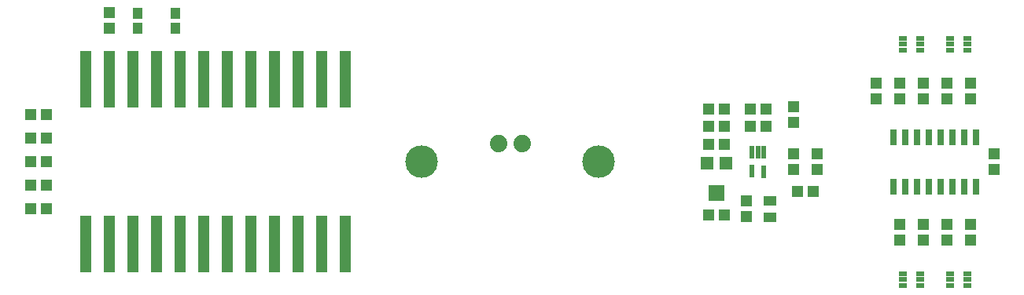
<source format=gts>
G04 #@! TF.FileFunction,Soldermask,Top*
%FSLAX46Y46*%
G04 Gerber Fmt 4.6, Leading zero omitted, Abs format (unit mm)*
G04 Created by KiCad (PCBNEW 4.0.6) date 09/10/17 16:34:28*
%MOMM*%
%LPD*%
G01*
G04 APERTURE LIST*
%ADD10C,0.100000*%
%ADD11R,1.201420X1.303020*%
%ADD12R,1.402080X1.000760*%
%ADD13R,1.303020X1.201420*%
%ADD14R,1.221740X6.202680*%
%ADD15C,1.879600*%
%ADD16R,0.861060X0.502920*%
%ADD17R,1.102360X1.201420*%
%ADD18R,0.553200X1.353200*%
%ADD19R,0.803200X1.753200*%
%ADD20R,1.403200X1.403200*%
%ADD21R,1.803200X1.703200*%
%ADD22C,3.505200*%
G04 APERTURE END LIST*
D10*
D11*
X190480000Y-120848360D03*
X190480000Y-119151640D03*
X190480000Y-115768360D03*
X190480000Y-114071640D03*
D12*
X187940000Y-125979160D03*
X187940000Y-124180840D03*
D13*
X181376640Y-125715000D03*
X183073360Y-125715000D03*
X183073360Y-114285000D03*
X181376640Y-114285000D03*
X183073360Y-116190000D03*
X181376640Y-116190000D03*
D14*
X142220000Y-128890000D03*
X139680000Y-128890000D03*
X114280000Y-128890000D03*
X116820000Y-128890000D03*
X119360000Y-128890000D03*
X121900000Y-128890000D03*
X124440000Y-128890000D03*
X126980000Y-128890000D03*
X129520000Y-128890000D03*
X132060000Y-128890000D03*
X134600000Y-128890000D03*
X137140000Y-128890000D03*
X142220000Y-111110000D03*
X139680000Y-111110000D03*
X114280000Y-111110000D03*
X116820000Y-111110000D03*
X119360000Y-111110000D03*
X121900000Y-111110000D03*
X124440000Y-111110000D03*
X126980000Y-111110000D03*
X129520000Y-111110000D03*
X132060000Y-111110000D03*
X134600000Y-111110000D03*
X137140000Y-111110000D03*
D15*
X161270000Y-118001020D03*
X158730000Y-118001020D03*
D16*
X204099480Y-133347700D03*
X204099480Y-132700000D03*
X204099480Y-132052300D03*
X202260520Y-132052300D03*
X202260520Y-132700000D03*
X202260520Y-133347700D03*
X207340520Y-132052300D03*
X207340520Y-132700000D03*
X207340520Y-133347700D03*
X209179480Y-133347700D03*
X209179480Y-132700000D03*
X209179480Y-132052300D03*
X207340520Y-106652300D03*
X207340520Y-107300000D03*
X207340520Y-107947700D03*
X209179480Y-107947700D03*
X209179480Y-107300000D03*
X209179480Y-106652300D03*
X202260520Y-106652300D03*
X202260520Y-107300000D03*
X202260520Y-107947700D03*
X204099480Y-107947700D03*
X204099480Y-107300000D03*
X204099480Y-106652300D03*
D13*
X190901640Y-123175000D03*
X192598360Y-123175000D03*
D11*
X193020000Y-120848360D03*
X193020000Y-119151640D03*
D13*
X185821640Y-114285000D03*
X187518360Y-114285000D03*
D11*
X185400000Y-125928360D03*
X185400000Y-124231640D03*
D13*
X187518360Y-116190000D03*
X185821640Y-116190000D03*
X183073360Y-118095000D03*
X181376640Y-118095000D03*
D11*
X116820000Y-105608360D03*
X116820000Y-103911640D03*
X199370000Y-113228360D03*
X199370000Y-111531640D03*
X204450000Y-126771640D03*
X204450000Y-128468360D03*
X206990000Y-126771640D03*
X206990000Y-128468360D03*
X209530000Y-126771640D03*
X209530000Y-128468360D03*
X201910000Y-126771640D03*
X201910000Y-128468360D03*
X209530000Y-113228360D03*
X209530000Y-111531640D03*
X201910000Y-113228360D03*
X201910000Y-111531640D03*
X206990000Y-113228360D03*
X206990000Y-111531640D03*
X204450000Y-113228360D03*
X204450000Y-111531640D03*
D13*
X110048360Y-114920000D03*
X108351640Y-114920000D03*
X110048360Y-117460000D03*
X108351640Y-117460000D03*
X108351640Y-125080000D03*
X110048360Y-125080000D03*
X108351640Y-122540000D03*
X110048360Y-122540000D03*
X108351640Y-120000000D03*
X110048360Y-120000000D03*
D17*
X123949780Y-103962440D03*
X119850220Y-103962440D03*
X119850220Y-105557560D03*
X123949780Y-105557560D03*
D18*
X187320000Y-118975000D03*
X186670000Y-118975000D03*
X186020000Y-118975000D03*
X186020000Y-121012500D03*
X187320000Y-121025000D03*
D19*
X208895000Y-122700000D03*
X207625000Y-122700000D03*
X206355000Y-122700000D03*
X205085000Y-122700000D03*
X203815000Y-122700000D03*
X202545000Y-122700000D03*
X210165000Y-122700000D03*
X201275000Y-122700000D03*
X201275000Y-117300000D03*
X202545000Y-117300000D03*
X203815000Y-117300000D03*
X205085000Y-117300000D03*
X206355000Y-117300000D03*
X207625000Y-117300000D03*
X208895000Y-117300000D03*
X210165000Y-117300000D03*
D20*
X183225000Y-120105000D03*
X181225000Y-120105000D03*
D21*
X182225000Y-123355000D03*
D11*
X212070000Y-120848360D03*
X212070000Y-119151640D03*
D22*
X150475000Y-120000000D03*
X169525000Y-120000000D03*
M02*

</source>
